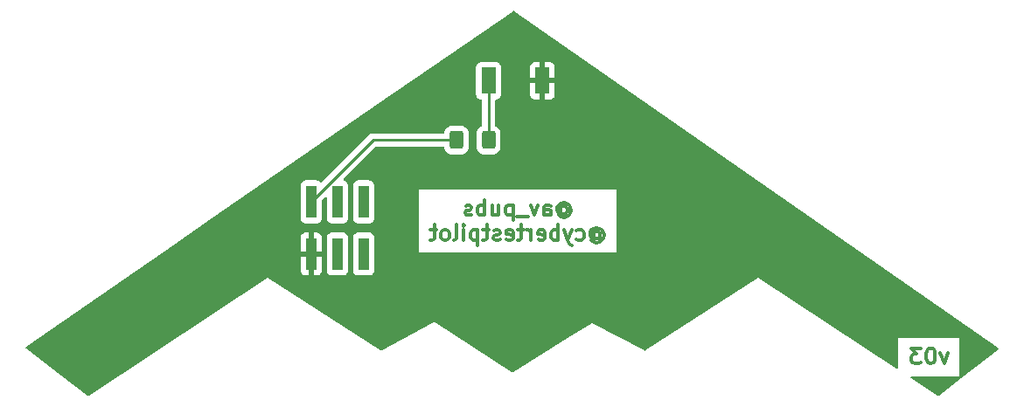
<source format=gbl>
%TF.GenerationSoftware,KiCad,Pcbnew,(6.99.0-2452-gdb4f2d9dd8)*%
%TF.CreationDate,2022-07-25T16:41:14-04:00*%
%TF.ProjectId,B2,42322e6b-6963-4616-945f-706362585858,rev?*%
%TF.SameCoordinates,Original*%
%TF.FileFunction,Copper,L2,Bot*%
%TF.FilePolarity,Positive*%
%FSLAX46Y46*%
G04 Gerber Fmt 4.6, Leading zero omitted, Abs format (unit mm)*
G04 Created by KiCad (PCBNEW (6.99.0-2452-gdb4f2d9dd8)) date 2022-07-25 16:41:14*
%MOMM*%
%LPD*%
G01*
G04 APERTURE LIST*
G04 Aperture macros list*
%AMRoundRect*
0 Rectangle with rounded corners*
0 $1 Rounding radius*
0 $2 $3 $4 $5 $6 $7 $8 $9 X,Y pos of 4 corners*
0 Add a 4 corners polygon primitive as box body*
4,1,4,$2,$3,$4,$5,$6,$7,$8,$9,$2,$3,0*
0 Add four circle primitives for the rounded corners*
1,1,$1+$1,$2,$3*
1,1,$1+$1,$4,$5*
1,1,$1+$1,$6,$7*
1,1,$1+$1,$8,$9*
0 Add four rect primitives between the rounded corners*
20,1,$1+$1,$2,$3,$4,$5,0*
20,1,$1+$1,$4,$5,$6,$7,0*
20,1,$1+$1,$6,$7,$8,$9,0*
20,1,$1+$1,$8,$9,$2,$3,0*%
G04 Aperture macros list end*
%ADD10C,0.300000*%
%TA.AperFunction,NonConductor*%
%ADD11C,0.300000*%
%TD*%
%TA.AperFunction,SMDPad,CuDef*%
%ADD12R,1.000000X3.150000*%
%TD*%
%TA.AperFunction,SMDPad,CuDef*%
%ADD13RoundRect,0.250000X0.400000X0.625000X-0.400000X0.625000X-0.400000X-0.625000X0.400000X-0.625000X0*%
%TD*%
%TA.AperFunction,SMDPad,CuDef*%
%ADD14R,1.400000X2.600000*%
%TD*%
%TA.AperFunction,Conductor*%
%ADD15C,0.254000*%
%TD*%
%TA.AperFunction,Conductor*%
%ADD16C,0.250000*%
%TD*%
G04 APERTURE END LIST*
D10*
D11*
X192460568Y-108846150D02*
X192103425Y-109846150D01*
X192103425Y-109846150D02*
X191746282Y-108846150D01*
X190889139Y-108346150D02*
X190746282Y-108346150D01*
X190746282Y-108346150D02*
X190603425Y-108417579D01*
X190603425Y-108417579D02*
X190531997Y-108489007D01*
X190531997Y-108489007D02*
X190460568Y-108631864D01*
X190460568Y-108631864D02*
X190389139Y-108917579D01*
X190389139Y-108917579D02*
X190389139Y-109274721D01*
X190389139Y-109274721D02*
X190460568Y-109560436D01*
X190460568Y-109560436D02*
X190531997Y-109703293D01*
X190531997Y-109703293D02*
X190603425Y-109774721D01*
X190603425Y-109774721D02*
X190746282Y-109846150D01*
X190746282Y-109846150D02*
X190889139Y-109846150D01*
X190889139Y-109846150D02*
X191031997Y-109774721D01*
X191031997Y-109774721D02*
X191103425Y-109703293D01*
X191103425Y-109703293D02*
X191174854Y-109560436D01*
X191174854Y-109560436D02*
X191246282Y-109274721D01*
X191246282Y-109274721D02*
X191246282Y-108917579D01*
X191246282Y-108917579D02*
X191174854Y-108631864D01*
X191174854Y-108631864D02*
X191103425Y-108489007D01*
X191103425Y-108489007D02*
X191031997Y-108417579D01*
X191031997Y-108417579D02*
X190889139Y-108346150D01*
X189889140Y-108346150D02*
X188960568Y-108346150D01*
X188960568Y-108346150D02*
X189460568Y-108917579D01*
X189460568Y-108917579D02*
X189246283Y-108917579D01*
X189246283Y-108917579D02*
X189103426Y-108989007D01*
X189103426Y-108989007D02*
X189031997Y-109060436D01*
X189031997Y-109060436D02*
X188960568Y-109203293D01*
X188960568Y-109203293D02*
X188960568Y-109560436D01*
X188960568Y-109560436D02*
X189031997Y-109703293D01*
X189031997Y-109703293D02*
X189103426Y-109774721D01*
X189103426Y-109774721D02*
X189246283Y-109846150D01*
X189246283Y-109846150D02*
X189674854Y-109846150D01*
X189674854Y-109846150D02*
X189817711Y-109774721D01*
X189817711Y-109774721D02*
X189889140Y-109703293D01*
D10*
D11*
X155006684Y-94755857D02*
X155078113Y-94684429D01*
X155078113Y-94684429D02*
X155220970Y-94613000D01*
X155220970Y-94613000D02*
X155363827Y-94613000D01*
X155363827Y-94613000D02*
X155506684Y-94684429D01*
X155506684Y-94684429D02*
X155578113Y-94755857D01*
X155578113Y-94755857D02*
X155649541Y-94898714D01*
X155649541Y-94898714D02*
X155649541Y-95041572D01*
X155649541Y-95041572D02*
X155578113Y-95184429D01*
X155578113Y-95184429D02*
X155506684Y-95255857D01*
X155506684Y-95255857D02*
X155363827Y-95327286D01*
X155363827Y-95327286D02*
X155220970Y-95327286D01*
X155220970Y-95327286D02*
X155078113Y-95255857D01*
X155078113Y-95255857D02*
X155006684Y-95184429D01*
X155006684Y-94613000D02*
X155006684Y-95184429D01*
X155006684Y-95184429D02*
X154935256Y-95255857D01*
X154935256Y-95255857D02*
X154863827Y-95255857D01*
X154863827Y-95255857D02*
X154720970Y-95184429D01*
X154720970Y-95184429D02*
X154649541Y-95041572D01*
X154649541Y-95041572D02*
X154649541Y-94684429D01*
X154649541Y-94684429D02*
X154792399Y-94470143D01*
X154792399Y-94470143D02*
X155006684Y-94327286D01*
X155006684Y-94327286D02*
X155292399Y-94255857D01*
X155292399Y-94255857D02*
X155578113Y-94327286D01*
X155578113Y-94327286D02*
X155792399Y-94470143D01*
X155792399Y-94470143D02*
X155935256Y-94684429D01*
X155935256Y-94684429D02*
X156006684Y-94970143D01*
X156006684Y-94970143D02*
X155935256Y-95255857D01*
X155935256Y-95255857D02*
X155792399Y-95470143D01*
X155792399Y-95470143D02*
X155578113Y-95613000D01*
X155578113Y-95613000D02*
X155292399Y-95684429D01*
X155292399Y-95684429D02*
X155006684Y-95613000D01*
X155006684Y-95613000D02*
X154792399Y-95470143D01*
X153363828Y-95470143D02*
X153363828Y-94684429D01*
X153363828Y-94684429D02*
X153435256Y-94541572D01*
X153435256Y-94541572D02*
X153578113Y-94470143D01*
X153578113Y-94470143D02*
X153863828Y-94470143D01*
X153863828Y-94470143D02*
X154006685Y-94541572D01*
X153363828Y-95398714D02*
X153506685Y-95470143D01*
X153506685Y-95470143D02*
X153863828Y-95470143D01*
X153863828Y-95470143D02*
X154006685Y-95398714D01*
X154006685Y-95398714D02*
X154078113Y-95255857D01*
X154078113Y-95255857D02*
X154078113Y-95113000D01*
X154078113Y-95113000D02*
X154006685Y-94970143D01*
X154006685Y-94970143D02*
X153863828Y-94898714D01*
X153863828Y-94898714D02*
X153506685Y-94898714D01*
X153506685Y-94898714D02*
X153363828Y-94827286D01*
X152792399Y-94470143D02*
X152435256Y-95470143D01*
X152435256Y-95470143D02*
X152078113Y-94470143D01*
X151863828Y-95613000D02*
X150720970Y-95613000D01*
X150363828Y-94470143D02*
X150363828Y-95970143D01*
X150363828Y-94541572D02*
X150220971Y-94470143D01*
X150220971Y-94470143D02*
X149935256Y-94470143D01*
X149935256Y-94470143D02*
X149792399Y-94541572D01*
X149792399Y-94541572D02*
X149720971Y-94613000D01*
X149720971Y-94613000D02*
X149649542Y-94755857D01*
X149649542Y-94755857D02*
X149649542Y-95184429D01*
X149649542Y-95184429D02*
X149720971Y-95327286D01*
X149720971Y-95327286D02*
X149792399Y-95398714D01*
X149792399Y-95398714D02*
X149935256Y-95470143D01*
X149935256Y-95470143D02*
X150220971Y-95470143D01*
X150220971Y-95470143D02*
X150363828Y-95398714D01*
X148363828Y-94470143D02*
X148363828Y-95470143D01*
X149006685Y-94470143D02*
X149006685Y-95255857D01*
X149006685Y-95255857D02*
X148935256Y-95398714D01*
X148935256Y-95398714D02*
X148792399Y-95470143D01*
X148792399Y-95470143D02*
X148578113Y-95470143D01*
X148578113Y-95470143D02*
X148435256Y-95398714D01*
X148435256Y-95398714D02*
X148363828Y-95327286D01*
X147649542Y-95470143D02*
X147649542Y-93970143D01*
X147649542Y-94541572D02*
X147506685Y-94470143D01*
X147506685Y-94470143D02*
X147220970Y-94470143D01*
X147220970Y-94470143D02*
X147078113Y-94541572D01*
X147078113Y-94541572D02*
X147006685Y-94613000D01*
X147006685Y-94613000D02*
X146935256Y-94755857D01*
X146935256Y-94755857D02*
X146935256Y-95184429D01*
X146935256Y-95184429D02*
X147006685Y-95327286D01*
X147006685Y-95327286D02*
X147078113Y-95398714D01*
X147078113Y-95398714D02*
X147220970Y-95470143D01*
X147220970Y-95470143D02*
X147506685Y-95470143D01*
X147506685Y-95470143D02*
X147649542Y-95398714D01*
X146363827Y-95398714D02*
X146220970Y-95470143D01*
X146220970Y-95470143D02*
X145935256Y-95470143D01*
X145935256Y-95470143D02*
X145792399Y-95398714D01*
X145792399Y-95398714D02*
X145720970Y-95255857D01*
X145720970Y-95255857D02*
X145720970Y-95184429D01*
X145720970Y-95184429D02*
X145792399Y-95041572D01*
X145792399Y-95041572D02*
X145935256Y-94970143D01*
X145935256Y-94970143D02*
X146149542Y-94970143D01*
X146149542Y-94970143D02*
X146292399Y-94898714D01*
X146292399Y-94898714D02*
X146363827Y-94755857D01*
X146363827Y-94755857D02*
X146363827Y-94684429D01*
X146363827Y-94684429D02*
X146292399Y-94541572D01*
X146292399Y-94541572D02*
X146149542Y-94470143D01*
X146149542Y-94470143D02*
X145935256Y-94470143D01*
X145935256Y-94470143D02*
X145792399Y-94541572D01*
X158185255Y-97185857D02*
X158256684Y-97114429D01*
X158256684Y-97114429D02*
X158399541Y-97043000D01*
X158399541Y-97043000D02*
X158542398Y-97043000D01*
X158542398Y-97043000D02*
X158685255Y-97114429D01*
X158685255Y-97114429D02*
X158756684Y-97185857D01*
X158756684Y-97185857D02*
X158828112Y-97328714D01*
X158828112Y-97328714D02*
X158828112Y-97471572D01*
X158828112Y-97471572D02*
X158756684Y-97614429D01*
X158756684Y-97614429D02*
X158685255Y-97685857D01*
X158685255Y-97685857D02*
X158542398Y-97757286D01*
X158542398Y-97757286D02*
X158399541Y-97757286D01*
X158399541Y-97757286D02*
X158256684Y-97685857D01*
X158256684Y-97685857D02*
X158185255Y-97614429D01*
X158185255Y-97043000D02*
X158185255Y-97614429D01*
X158185255Y-97614429D02*
X158113827Y-97685857D01*
X158113827Y-97685857D02*
X158042398Y-97685857D01*
X158042398Y-97685857D02*
X157899541Y-97614429D01*
X157899541Y-97614429D02*
X157828112Y-97471572D01*
X157828112Y-97471572D02*
X157828112Y-97114429D01*
X157828112Y-97114429D02*
X157970970Y-96900143D01*
X157970970Y-96900143D02*
X158185255Y-96757286D01*
X158185255Y-96757286D02*
X158470970Y-96685857D01*
X158470970Y-96685857D02*
X158756684Y-96757286D01*
X158756684Y-96757286D02*
X158970970Y-96900143D01*
X158970970Y-96900143D02*
X159113827Y-97114429D01*
X159113827Y-97114429D02*
X159185255Y-97400143D01*
X159185255Y-97400143D02*
X159113827Y-97685857D01*
X159113827Y-97685857D02*
X158970970Y-97900143D01*
X158970970Y-97900143D02*
X158756684Y-98043000D01*
X158756684Y-98043000D02*
X158470970Y-98114429D01*
X158470970Y-98114429D02*
X158185255Y-98043000D01*
X158185255Y-98043000D02*
X157970970Y-97900143D01*
X156542399Y-97828714D02*
X156685256Y-97900143D01*
X156685256Y-97900143D02*
X156970970Y-97900143D01*
X156970970Y-97900143D02*
X157113827Y-97828714D01*
X157113827Y-97828714D02*
X157185256Y-97757286D01*
X157185256Y-97757286D02*
X157256684Y-97614429D01*
X157256684Y-97614429D02*
X157256684Y-97185857D01*
X157256684Y-97185857D02*
X157185256Y-97043000D01*
X157185256Y-97043000D02*
X157113827Y-96971572D01*
X157113827Y-96971572D02*
X156970970Y-96900143D01*
X156970970Y-96900143D02*
X156685256Y-96900143D01*
X156685256Y-96900143D02*
X156542399Y-96971572D01*
X156042399Y-96900143D02*
X155685256Y-97900143D01*
X155328113Y-96900143D02*
X155685256Y-97900143D01*
X155685256Y-97900143D02*
X155828113Y-98257286D01*
X155828113Y-98257286D02*
X155899542Y-98328714D01*
X155899542Y-98328714D02*
X156042399Y-98400143D01*
X154756685Y-97900143D02*
X154756685Y-96400143D01*
X154756685Y-96971572D02*
X154613828Y-96900143D01*
X154613828Y-96900143D02*
X154328113Y-96900143D01*
X154328113Y-96900143D02*
X154185256Y-96971572D01*
X154185256Y-96971572D02*
X154113828Y-97043000D01*
X154113828Y-97043000D02*
X154042399Y-97185857D01*
X154042399Y-97185857D02*
X154042399Y-97614429D01*
X154042399Y-97614429D02*
X154113828Y-97757286D01*
X154113828Y-97757286D02*
X154185256Y-97828714D01*
X154185256Y-97828714D02*
X154328113Y-97900143D01*
X154328113Y-97900143D02*
X154613828Y-97900143D01*
X154613828Y-97900143D02*
X154756685Y-97828714D01*
X152828113Y-97828714D02*
X152970970Y-97900143D01*
X152970970Y-97900143D02*
X153256685Y-97900143D01*
X153256685Y-97900143D02*
X153399542Y-97828714D01*
X153399542Y-97828714D02*
X153470970Y-97685857D01*
X153470970Y-97685857D02*
X153470970Y-97114429D01*
X153470970Y-97114429D02*
X153399542Y-96971572D01*
X153399542Y-96971572D02*
X153256685Y-96900143D01*
X153256685Y-96900143D02*
X152970970Y-96900143D01*
X152970970Y-96900143D02*
X152828113Y-96971572D01*
X152828113Y-96971572D02*
X152756685Y-97114429D01*
X152756685Y-97114429D02*
X152756685Y-97257286D01*
X152756685Y-97257286D02*
X153470970Y-97400143D01*
X152113828Y-97900143D02*
X152113828Y-96900143D01*
X152113828Y-97185857D02*
X152042399Y-97043000D01*
X152042399Y-97043000D02*
X151970971Y-96971572D01*
X151970971Y-96971572D02*
X151828113Y-96900143D01*
X151828113Y-96900143D02*
X151685256Y-96900143D01*
X151399542Y-96900143D02*
X150828114Y-96900143D01*
X151185257Y-96400143D02*
X151185257Y-97685857D01*
X151185257Y-97685857D02*
X151113828Y-97828714D01*
X151113828Y-97828714D02*
X150970971Y-97900143D01*
X150970971Y-97900143D02*
X150828114Y-97900143D01*
X149756685Y-97828714D02*
X149899542Y-97900143D01*
X149899542Y-97900143D02*
X150185257Y-97900143D01*
X150185257Y-97900143D02*
X150328114Y-97828714D01*
X150328114Y-97828714D02*
X150399542Y-97685857D01*
X150399542Y-97685857D02*
X150399542Y-97114429D01*
X150399542Y-97114429D02*
X150328114Y-96971572D01*
X150328114Y-96971572D02*
X150185257Y-96900143D01*
X150185257Y-96900143D02*
X149899542Y-96900143D01*
X149899542Y-96900143D02*
X149756685Y-96971572D01*
X149756685Y-96971572D02*
X149685257Y-97114429D01*
X149685257Y-97114429D02*
X149685257Y-97257286D01*
X149685257Y-97257286D02*
X150399542Y-97400143D01*
X149113828Y-97828714D02*
X148970971Y-97900143D01*
X148970971Y-97900143D02*
X148685257Y-97900143D01*
X148685257Y-97900143D02*
X148542400Y-97828714D01*
X148542400Y-97828714D02*
X148470971Y-97685857D01*
X148470971Y-97685857D02*
X148470971Y-97614429D01*
X148470971Y-97614429D02*
X148542400Y-97471572D01*
X148542400Y-97471572D02*
X148685257Y-97400143D01*
X148685257Y-97400143D02*
X148899543Y-97400143D01*
X148899543Y-97400143D02*
X149042400Y-97328714D01*
X149042400Y-97328714D02*
X149113828Y-97185857D01*
X149113828Y-97185857D02*
X149113828Y-97114429D01*
X149113828Y-97114429D02*
X149042400Y-96971572D01*
X149042400Y-96971572D02*
X148899543Y-96900143D01*
X148899543Y-96900143D02*
X148685257Y-96900143D01*
X148685257Y-96900143D02*
X148542400Y-96971572D01*
X148042399Y-96900143D02*
X147470971Y-96900143D01*
X147828114Y-96400143D02*
X147828114Y-97685857D01*
X147828114Y-97685857D02*
X147756685Y-97828714D01*
X147756685Y-97828714D02*
X147613828Y-97900143D01*
X147613828Y-97900143D02*
X147470971Y-97900143D01*
X146970971Y-96900143D02*
X146970971Y-98400143D01*
X146970971Y-96971572D02*
X146828114Y-96900143D01*
X146828114Y-96900143D02*
X146542399Y-96900143D01*
X146542399Y-96900143D02*
X146399542Y-96971572D01*
X146399542Y-96971572D02*
X146328114Y-97043000D01*
X146328114Y-97043000D02*
X146256685Y-97185857D01*
X146256685Y-97185857D02*
X146256685Y-97614429D01*
X146256685Y-97614429D02*
X146328114Y-97757286D01*
X146328114Y-97757286D02*
X146399542Y-97828714D01*
X146399542Y-97828714D02*
X146542399Y-97900143D01*
X146542399Y-97900143D02*
X146828114Y-97900143D01*
X146828114Y-97900143D02*
X146970971Y-97828714D01*
X145613828Y-97900143D02*
X145613828Y-96900143D01*
X145613828Y-96400143D02*
X145685256Y-96471572D01*
X145685256Y-96471572D02*
X145613828Y-96543000D01*
X145613828Y-96543000D02*
X145542399Y-96471572D01*
X145542399Y-96471572D02*
X145613828Y-96400143D01*
X145613828Y-96400143D02*
X145613828Y-96543000D01*
X144685256Y-97900143D02*
X144828113Y-97828714D01*
X144828113Y-97828714D02*
X144899542Y-97685857D01*
X144899542Y-97685857D02*
X144899542Y-96400143D01*
X143899542Y-97900143D02*
X144042399Y-97828714D01*
X144042399Y-97828714D02*
X144113828Y-97757286D01*
X144113828Y-97757286D02*
X144185256Y-97614429D01*
X144185256Y-97614429D02*
X144185256Y-97185857D01*
X144185256Y-97185857D02*
X144113828Y-97043000D01*
X144113828Y-97043000D02*
X144042399Y-96971572D01*
X144042399Y-96971572D02*
X143899542Y-96900143D01*
X143899542Y-96900143D02*
X143685256Y-96900143D01*
X143685256Y-96900143D02*
X143542399Y-96971572D01*
X143542399Y-96971572D02*
X143470971Y-97043000D01*
X143470971Y-97043000D02*
X143399542Y-97185857D01*
X143399542Y-97185857D02*
X143399542Y-97614429D01*
X143399542Y-97614429D02*
X143470971Y-97757286D01*
X143470971Y-97757286D02*
X143542399Y-97828714D01*
X143542399Y-97828714D02*
X143685256Y-97900143D01*
X143685256Y-97900143D02*
X143899542Y-97900143D01*
X142970970Y-96900143D02*
X142399542Y-96900143D01*
X142756685Y-96400143D02*
X142756685Y-97685857D01*
X142756685Y-97685857D02*
X142685256Y-97828714D01*
X142685256Y-97828714D02*
X142542399Y-97900143D01*
X142542399Y-97900143D02*
X142399542Y-97900143D01*
D12*
X130821922Y-94167743D03*
X130821922Y-99217743D03*
X133361922Y-94167743D03*
X133361922Y-99217743D03*
X135901922Y-94167743D03*
X135901922Y-99217743D03*
D13*
X148000323Y-88184850D03*
X144900323Y-88184850D03*
D14*
X153213358Y-82413509D03*
X148013358Y-82413509D03*
D15*
X136825803Y-88163864D02*
X136846789Y-88184850D01*
X136846789Y-88184850D02*
X144900323Y-88184850D01*
X148013359Y-82413510D02*
X148013359Y-88171814D01*
X148013359Y-88171814D02*
X148000323Y-88184850D01*
X130821923Y-94167744D02*
X136825803Y-88163864D01*
D16*
X130800000Y-100630000D02*
X130800000Y-99145000D01*
X131160000Y-100160000D02*
X131160000Y-97925000D01*
%TA.AperFunction,Conductor*%
G36*
X150504238Y-75655762D02*
G01*
X150511710Y-75660586D01*
X197348812Y-108302214D01*
X197393263Y-108357573D01*
X197400729Y-108428176D01*
X197368838Y-108491607D01*
X197354130Y-108505042D01*
X193776947Y-111287296D01*
X191621252Y-112963948D01*
X191555200Y-112989982D01*
X191485560Y-112976172D01*
X191474574Y-112969707D01*
X188920993Y-111287296D01*
X188875113Y-111233115D01*
X188865808Y-111162731D01*
X188896034Y-111098489D01*
X188956192Y-111060787D01*
X188990314Y-111056079D01*
X193558354Y-111056079D01*
X193558354Y-107339079D01*
X187641355Y-107339079D01*
X187641355Y-110210312D01*
X187621353Y-110278433D01*
X187567697Y-110324926D01*
X187497423Y-110335030D01*
X187446034Y-110315529D01*
X174096246Y-101520104D01*
X174096245Y-101520104D01*
X174080287Y-101509590D01*
X174080112Y-101509470D01*
X174080002Y-101509491D01*
X174079891Y-101509469D01*
X174079703Y-101509597D01*
X163228121Y-108578514D01*
X163212174Y-108588902D01*
X163144178Y-108609325D01*
X163084389Y-108594653D01*
X158000264Y-105899574D01*
X158000122Y-105899472D01*
X157999981Y-105899496D01*
X157999841Y-105899482D01*
X157999709Y-105899591D01*
X157987971Y-105906908D01*
X155661471Y-107357194D01*
X150367794Y-110657149D01*
X150299405Y-110676211D01*
X150232866Y-110656122D01*
X142700289Y-105799591D01*
X142700151Y-105799480D01*
X142700017Y-105799495D01*
X142699886Y-105799471D01*
X142699739Y-105799573D01*
X142495036Y-105911959D01*
X137665872Y-108563264D01*
X137596532Y-108578514D01*
X137536903Y-108558678D01*
X126616821Y-101510262D01*
X126616819Y-101510261D01*
X126600266Y-101499577D01*
X126600108Y-101499469D01*
X126599996Y-101499491D01*
X126599886Y-101499471D01*
X126599731Y-101499579D01*
X126591405Y-101505088D01*
X126591403Y-101505089D01*
X115868035Y-108600529D01*
X109302777Y-112944630D01*
X109294995Y-112949779D01*
X109227147Y-112970688D01*
X109158766Y-112951596D01*
X109148721Y-112944630D01*
X106671946Y-111042531D01*
X103238015Y-108405362D01*
X103196171Y-108348007D01*
X103191978Y-108277135D01*
X103226768Y-108215246D01*
X103243164Y-108201749D01*
X113907019Y-100837967D01*
X129813923Y-100837967D01*
X129814283Y-100844682D01*
X129819585Y-100894001D01*
X129823182Y-100909222D01*
X129868328Y-101030264D01*
X129876877Y-101045920D01*
X129953621Y-101148437D01*
X129966230Y-101161046D01*
X130068747Y-101237790D01*
X130084403Y-101246339D01*
X130205445Y-101291485D01*
X130220666Y-101295082D01*
X130269985Y-101300384D01*
X130276700Y-101300744D01*
X130549808Y-101300744D01*
X130565047Y-101296269D01*
X130566252Y-101294879D01*
X130567923Y-101287196D01*
X130567923Y-101282629D01*
X131075923Y-101282629D01*
X131080398Y-101297868D01*
X131081788Y-101299073D01*
X131089471Y-101300744D01*
X131367146Y-101300744D01*
X131373861Y-101300384D01*
X131423180Y-101295082D01*
X131438401Y-101291485D01*
X131559443Y-101246339D01*
X131575099Y-101237790D01*
X131677616Y-101161046D01*
X131690225Y-101148437D01*
X131766969Y-101045920D01*
X131775518Y-101030264D01*
X131820664Y-100909222D01*
X131824261Y-100894001D01*
X131829563Y-100844682D01*
X131829740Y-100841382D01*
X132353423Y-100841382D01*
X132359934Y-100901945D01*
X132411034Y-101038948D01*
X132498662Y-101156005D01*
X132505873Y-101161403D01*
X132607914Y-101237790D01*
X132615719Y-101243633D01*
X132752722Y-101294733D01*
X132781883Y-101297868D01*
X132809935Y-101300884D01*
X132809938Y-101300884D01*
X132813285Y-101301244D01*
X133910561Y-101301244D01*
X133913908Y-101300884D01*
X133913911Y-101300884D01*
X133941963Y-101297868D01*
X133971124Y-101294733D01*
X134108127Y-101243633D01*
X134115933Y-101237790D01*
X134217973Y-101161403D01*
X134225184Y-101156005D01*
X134312812Y-101038948D01*
X134363912Y-100901945D01*
X134370423Y-100841382D01*
X134893423Y-100841382D01*
X134899934Y-100901945D01*
X134951034Y-101038948D01*
X135038662Y-101156005D01*
X135045873Y-101161403D01*
X135147914Y-101237790D01*
X135155719Y-101243633D01*
X135292722Y-101294733D01*
X135321883Y-101297868D01*
X135349935Y-101300884D01*
X135349938Y-101300884D01*
X135353285Y-101301244D01*
X136450561Y-101301244D01*
X136453908Y-101300884D01*
X136453911Y-101300884D01*
X136481963Y-101297868D01*
X136511124Y-101294733D01*
X136648127Y-101243633D01*
X136655933Y-101237790D01*
X136757973Y-101161403D01*
X136765184Y-101156005D01*
X136852812Y-101038948D01*
X136903912Y-100901945D01*
X136910423Y-100841382D01*
X136910423Y-99110072D01*
X141298186Y-99110072D01*
X160429471Y-99110072D01*
X160429471Y-92963072D01*
X141298186Y-92963072D01*
X141298186Y-99110072D01*
X136910423Y-99110072D01*
X136910423Y-97594106D01*
X136903912Y-97533543D01*
X136852812Y-97396540D01*
X136765184Y-97279483D01*
X136734824Y-97256756D01*
X136655341Y-97197255D01*
X136655339Y-97197254D01*
X136648127Y-97191855D01*
X136511124Y-97140755D01*
X136470755Y-97136415D01*
X136453911Y-97134604D01*
X136453908Y-97134604D01*
X136450561Y-97134244D01*
X135353285Y-97134244D01*
X135349938Y-97134604D01*
X135349935Y-97134604D01*
X135333091Y-97136415D01*
X135292722Y-97140755D01*
X135155719Y-97191855D01*
X135148507Y-97197254D01*
X135148505Y-97197255D01*
X135069022Y-97256756D01*
X135038662Y-97279483D01*
X134951034Y-97396540D01*
X134899934Y-97533543D01*
X134893423Y-97594106D01*
X134893423Y-100841382D01*
X134370423Y-100841382D01*
X134370423Y-97594106D01*
X134363912Y-97533543D01*
X134312812Y-97396540D01*
X134225184Y-97279483D01*
X134194824Y-97256756D01*
X134115341Y-97197255D01*
X134115339Y-97197254D01*
X134108127Y-97191855D01*
X133971124Y-97140755D01*
X133930755Y-97136415D01*
X133913911Y-97134604D01*
X133913908Y-97134604D01*
X133910561Y-97134244D01*
X132813285Y-97134244D01*
X132809938Y-97134604D01*
X132809935Y-97134604D01*
X132793091Y-97136415D01*
X132752722Y-97140755D01*
X132615719Y-97191855D01*
X132608507Y-97197254D01*
X132608505Y-97197255D01*
X132529022Y-97256756D01*
X132498662Y-97279483D01*
X132411034Y-97396540D01*
X132359934Y-97533543D01*
X132353423Y-97594106D01*
X132353423Y-100841382D01*
X131829740Y-100841382D01*
X131829923Y-100837967D01*
X131829923Y-99489859D01*
X131825448Y-99474620D01*
X131824058Y-99473415D01*
X131816375Y-99471744D01*
X131094038Y-99471744D01*
X131078799Y-99476219D01*
X131077594Y-99477609D01*
X131075923Y-99485292D01*
X131075923Y-101282629D01*
X130567923Y-101282629D01*
X130567923Y-99489859D01*
X130563448Y-99474620D01*
X130562058Y-99473415D01*
X130554375Y-99471744D01*
X129832038Y-99471744D01*
X129816799Y-99476219D01*
X129815594Y-99477609D01*
X129813923Y-99485292D01*
X129813923Y-100837967D01*
X113907019Y-100837967D01*
X116647407Y-98945629D01*
X129813923Y-98945629D01*
X129818398Y-98960868D01*
X129819788Y-98962073D01*
X129827471Y-98963744D01*
X130549808Y-98963744D01*
X130565047Y-98959269D01*
X130566252Y-98957879D01*
X130567923Y-98950196D01*
X130567923Y-98945629D01*
X131075923Y-98945629D01*
X131080398Y-98960868D01*
X131081788Y-98962073D01*
X131089471Y-98963744D01*
X131811808Y-98963744D01*
X131827047Y-98959269D01*
X131828252Y-98957879D01*
X131829923Y-98950196D01*
X131829923Y-97597521D01*
X131829563Y-97590806D01*
X131824261Y-97541487D01*
X131820664Y-97526266D01*
X131775518Y-97405224D01*
X131766969Y-97389568D01*
X131690225Y-97287051D01*
X131677616Y-97274442D01*
X131575099Y-97197698D01*
X131559443Y-97189149D01*
X131438401Y-97144003D01*
X131423180Y-97140406D01*
X131373861Y-97135104D01*
X131367146Y-97134744D01*
X131094038Y-97134744D01*
X131078799Y-97139219D01*
X131077594Y-97140609D01*
X131075923Y-97148292D01*
X131075923Y-98945629D01*
X130567923Y-98945629D01*
X130567923Y-97152859D01*
X130563448Y-97137620D01*
X130562058Y-97136415D01*
X130554375Y-97134744D01*
X130276700Y-97134744D01*
X130269985Y-97135104D01*
X130220666Y-97140406D01*
X130205445Y-97144003D01*
X130084403Y-97189149D01*
X130068747Y-97197698D01*
X129966230Y-97274442D01*
X129953621Y-97287051D01*
X129876877Y-97389568D01*
X129868328Y-97405224D01*
X129823182Y-97526266D01*
X129819585Y-97541487D01*
X129814283Y-97590806D01*
X129813923Y-97597521D01*
X129813923Y-98945629D01*
X116647407Y-98945629D01*
X121215228Y-95791382D01*
X129813423Y-95791382D01*
X129819934Y-95851945D01*
X129871034Y-95988948D01*
X129958662Y-96106005D01*
X130075719Y-96193633D01*
X130212722Y-96244733D01*
X130249628Y-96248701D01*
X130269935Y-96250884D01*
X130269938Y-96250884D01*
X130273285Y-96251244D01*
X131370561Y-96251244D01*
X131373908Y-96250884D01*
X131373911Y-96250884D01*
X131394218Y-96248701D01*
X131431124Y-96244733D01*
X131568127Y-96193633D01*
X131685184Y-96106005D01*
X131772812Y-95988948D01*
X131823912Y-95851945D01*
X131830423Y-95791382D01*
X131830423Y-94110166D01*
X131850425Y-94042045D01*
X131867328Y-94021071D01*
X132138328Y-93750071D01*
X132200640Y-93716045D01*
X132271455Y-93721110D01*
X132328291Y-93763657D01*
X132353102Y-93830177D01*
X132353423Y-93839166D01*
X132353423Y-95791382D01*
X132359934Y-95851945D01*
X132411034Y-95988948D01*
X132498662Y-96106005D01*
X132615719Y-96193633D01*
X132752722Y-96244733D01*
X132789628Y-96248701D01*
X132809935Y-96250884D01*
X132809938Y-96250884D01*
X132813285Y-96251244D01*
X133910561Y-96251244D01*
X133913908Y-96250884D01*
X133913911Y-96250884D01*
X133934218Y-96248701D01*
X133971124Y-96244733D01*
X134108127Y-96193633D01*
X134225184Y-96106005D01*
X134312812Y-95988948D01*
X134363912Y-95851945D01*
X134370423Y-95791382D01*
X134893423Y-95791382D01*
X134899934Y-95851945D01*
X134951034Y-95988948D01*
X135038662Y-96106005D01*
X135155719Y-96193633D01*
X135292722Y-96244733D01*
X135329628Y-96248701D01*
X135349935Y-96250884D01*
X135349938Y-96250884D01*
X135353285Y-96251244D01*
X136450561Y-96251244D01*
X136453908Y-96250884D01*
X136453911Y-96250884D01*
X136474218Y-96248701D01*
X136511124Y-96244733D01*
X136648127Y-96193633D01*
X136765184Y-96106005D01*
X136852812Y-95988948D01*
X136903912Y-95851945D01*
X136910423Y-95791382D01*
X136910423Y-92544106D01*
X136903912Y-92483543D01*
X136852812Y-92346540D01*
X136765184Y-92229483D01*
X136648127Y-92141855D01*
X136511124Y-92090755D01*
X136474218Y-92086787D01*
X136453911Y-92084604D01*
X136453908Y-92084604D01*
X136450561Y-92084244D01*
X135353285Y-92084244D01*
X135349938Y-92084604D01*
X135349935Y-92084604D01*
X135329628Y-92086787D01*
X135292722Y-92090755D01*
X135155719Y-92141855D01*
X135038662Y-92229483D01*
X134951034Y-92346540D01*
X134899934Y-92483543D01*
X134893423Y-92544106D01*
X134893423Y-95791382D01*
X134370423Y-95791382D01*
X134370423Y-92544106D01*
X134363912Y-92483543D01*
X134312812Y-92346540D01*
X134225184Y-92229483D01*
X134108127Y-92141855D01*
X134099687Y-92138707D01*
X134099685Y-92138706D01*
X134059297Y-92123642D01*
X134028468Y-92112144D01*
X133971633Y-92069597D01*
X133946822Y-92003077D01*
X133961913Y-91933703D01*
X133983406Y-91904993D01*
X137031145Y-88857255D01*
X137093457Y-88823229D01*
X137120240Y-88820350D01*
X143623949Y-88820350D01*
X143692070Y-88840352D01*
X143738563Y-88894008D01*
X143749297Y-88933546D01*
X143751737Y-88957439D01*
X143751738Y-88957444D01*
X143752436Y-88964276D01*
X143808208Y-89132588D01*
X143901293Y-89283502D01*
X144026671Y-89408880D01*
X144177585Y-89501965D01*
X144241130Y-89523021D01*
X144339371Y-89555575D01*
X144339375Y-89555576D01*
X144345897Y-89557737D01*
X144352731Y-89558435D01*
X144352735Y-89558436D01*
X144446594Y-89568025D01*
X144446600Y-89568025D01*
X144449778Y-89568350D01*
X144900252Y-89568350D01*
X145350867Y-89568349D01*
X145354044Y-89568024D01*
X145354053Y-89568024D01*
X145402790Y-89563045D01*
X145454749Y-89557737D01*
X145623061Y-89501965D01*
X145773975Y-89408880D01*
X145899353Y-89283502D01*
X145992438Y-89132588D01*
X146048210Y-88964276D01*
X146058823Y-88860395D01*
X146058822Y-87509306D01*
X146048210Y-87405424D01*
X145992438Y-87237112D01*
X145899353Y-87086198D01*
X145773975Y-86960820D01*
X145623061Y-86867735D01*
X145522787Y-86834508D01*
X145461275Y-86814125D01*
X145461271Y-86814124D01*
X145454749Y-86811963D01*
X145447915Y-86811265D01*
X145447911Y-86811264D01*
X145354052Y-86801675D01*
X145354046Y-86801675D01*
X145350868Y-86801350D01*
X144900394Y-86801350D01*
X144449779Y-86801351D01*
X144446602Y-86801676D01*
X144446593Y-86801676D01*
X144397856Y-86806655D01*
X144345897Y-86811963D01*
X144177585Y-86867735D01*
X144026671Y-86960820D01*
X143901293Y-87086198D01*
X143808208Y-87237112D01*
X143752436Y-87405424D01*
X143751737Y-87412267D01*
X143751736Y-87412271D01*
X143749295Y-87436157D01*
X143722473Y-87501892D01*
X143664369Y-87542690D01*
X143623948Y-87549350D01*
X137018238Y-87549350D01*
X136998526Y-87547798D01*
X136948860Y-87539931D01*
X136941087Y-87538449D01*
X136893820Y-87527884D01*
X136893819Y-87527884D01*
X136886084Y-87526155D01*
X136877787Y-87526416D01*
X136854115Y-87524926D01*
X136853755Y-87524869D01*
X136853752Y-87524869D01*
X136845924Y-87523629D01*
X136838032Y-87524375D01*
X136838031Y-87524375D01*
X136789830Y-87528931D01*
X136781932Y-87529428D01*
X136733520Y-87530950D01*
X136725599Y-87531199D01*
X136717624Y-87533516D01*
X136694330Y-87537959D01*
X136694086Y-87537982D01*
X136686071Y-87538740D01*
X136633037Y-87557833D01*
X136625534Y-87560271D01*
X136571410Y-87575995D01*
X136564264Y-87580222D01*
X136542811Y-87590317D01*
X136534999Y-87593129D01*
X136488378Y-87624812D01*
X136481719Y-87629038D01*
X136440028Y-87653693D01*
X136440023Y-87653697D01*
X136433205Y-87657729D01*
X136427341Y-87663593D01*
X136409067Y-87678711D01*
X136408759Y-87678920D01*
X136408755Y-87678924D01*
X136402199Y-87683379D01*
X136396955Y-87689327D01*
X136396954Y-87689328D01*
X136364928Y-87725655D01*
X136359509Y-87731425D01*
X131861506Y-92229428D01*
X131799194Y-92263454D01*
X131728379Y-92258389D01*
X131686837Y-92231691D01*
X131685184Y-92229483D01*
X131568127Y-92141855D01*
X131431124Y-92090755D01*
X131394218Y-92086787D01*
X131373911Y-92084604D01*
X131373908Y-92084604D01*
X131370561Y-92084244D01*
X130273285Y-92084244D01*
X130269938Y-92084604D01*
X130269935Y-92084604D01*
X130249628Y-92086787D01*
X130212722Y-92090755D01*
X130075719Y-92141855D01*
X129958662Y-92229483D01*
X129871034Y-92346540D01*
X129819934Y-92483543D01*
X129813423Y-92544106D01*
X129813423Y-95791382D01*
X121215228Y-95791382D01*
X138635354Y-83762148D01*
X146804859Y-83762148D01*
X146811370Y-83822711D01*
X146862470Y-83959714D01*
X146950098Y-84076771D01*
X146957309Y-84082169D01*
X147059350Y-84158556D01*
X147067155Y-84164399D01*
X147204158Y-84215499D01*
X147256722Y-84221150D01*
X147264721Y-84222010D01*
X147264548Y-84223622D01*
X147325474Y-84245062D01*
X147369073Y-84301094D01*
X147377859Y-84347320D01*
X147377859Y-86743522D01*
X147357857Y-86811643D01*
X147304201Y-86858136D01*
X147291492Y-86863126D01*
X147284554Y-86865425D01*
X147284549Y-86865428D01*
X147277585Y-86867735D01*
X147126671Y-86960820D01*
X147001293Y-87086198D01*
X146908208Y-87237112D01*
X146852436Y-87405424D01*
X146841823Y-87509305D01*
X146841824Y-88860394D01*
X146852436Y-88964276D01*
X146908208Y-89132588D01*
X147001293Y-89283502D01*
X147126671Y-89408880D01*
X147277585Y-89501965D01*
X147341130Y-89523021D01*
X147439371Y-89555575D01*
X147439375Y-89555576D01*
X147445897Y-89557737D01*
X147452731Y-89558435D01*
X147452735Y-89558436D01*
X147546594Y-89568025D01*
X147546600Y-89568025D01*
X147549778Y-89568350D01*
X148000252Y-89568350D01*
X148450867Y-89568349D01*
X148454044Y-89568024D01*
X148454053Y-89568024D01*
X148502790Y-89563045D01*
X148554749Y-89557737D01*
X148723061Y-89501965D01*
X148873975Y-89408880D01*
X148999353Y-89283502D01*
X149092438Y-89132588D01*
X149148210Y-88964276D01*
X149158823Y-88860395D01*
X149158822Y-87509306D01*
X149148210Y-87405424D01*
X149092438Y-87237112D01*
X148999353Y-87086198D01*
X148873975Y-86960820D01*
X148723061Y-86867735D01*
X148720254Y-86866805D01*
X148668324Y-86821081D01*
X148648859Y-86753803D01*
X148648859Y-84347320D01*
X148668861Y-84279199D01*
X148722517Y-84232706D01*
X148762103Y-84222994D01*
X148761997Y-84222010D01*
X148822560Y-84215499D01*
X148959563Y-84164399D01*
X148967369Y-84158556D01*
X149069409Y-84082169D01*
X149076620Y-84076771D01*
X149164248Y-83959714D01*
X149215348Y-83822711D01*
X149221859Y-83762148D01*
X149221859Y-83758733D01*
X152005359Y-83758733D01*
X152005719Y-83765448D01*
X152011021Y-83814767D01*
X152014618Y-83829988D01*
X152059764Y-83951030D01*
X152068313Y-83966686D01*
X152145057Y-84069203D01*
X152157666Y-84081812D01*
X152260183Y-84158556D01*
X152275839Y-84167105D01*
X152396881Y-84212251D01*
X152412102Y-84215848D01*
X152461421Y-84221150D01*
X152468136Y-84221510D01*
X152941244Y-84221510D01*
X152956483Y-84217035D01*
X152957688Y-84215645D01*
X152959359Y-84207962D01*
X152959359Y-84203395D01*
X153467359Y-84203395D01*
X153471834Y-84218634D01*
X153473224Y-84219839D01*
X153480907Y-84221510D01*
X153958582Y-84221510D01*
X153965297Y-84221150D01*
X154014616Y-84215848D01*
X154029837Y-84212251D01*
X154150879Y-84167105D01*
X154166535Y-84158556D01*
X154269052Y-84081812D01*
X154281661Y-84069203D01*
X154358405Y-83966686D01*
X154366954Y-83951030D01*
X154412100Y-83829988D01*
X154415697Y-83814767D01*
X154420999Y-83765448D01*
X154421359Y-83758733D01*
X154421359Y-82685625D01*
X154416884Y-82670386D01*
X154415494Y-82669181D01*
X154407811Y-82667510D01*
X153485474Y-82667510D01*
X153470235Y-82671985D01*
X153469030Y-82673375D01*
X153467359Y-82681058D01*
X153467359Y-84203395D01*
X152959359Y-84203395D01*
X152959359Y-82685625D01*
X152954884Y-82670386D01*
X152953494Y-82669181D01*
X152945811Y-82667510D01*
X152023474Y-82667510D01*
X152008235Y-82671985D01*
X152007030Y-82673375D01*
X152005359Y-82681058D01*
X152005359Y-83758733D01*
X149221859Y-83758733D01*
X149221859Y-82141395D01*
X152005359Y-82141395D01*
X152009834Y-82156634D01*
X152011224Y-82157839D01*
X152018907Y-82159510D01*
X152941244Y-82159510D01*
X152956483Y-82155035D01*
X152957688Y-82153645D01*
X152959359Y-82145962D01*
X152959359Y-82141395D01*
X153467359Y-82141395D01*
X153471834Y-82156634D01*
X153473224Y-82157839D01*
X153480907Y-82159510D01*
X154403244Y-82159510D01*
X154418483Y-82155035D01*
X154419688Y-82153645D01*
X154421359Y-82145962D01*
X154421359Y-81068287D01*
X154420999Y-81061572D01*
X154415697Y-81012253D01*
X154412100Y-80997032D01*
X154366954Y-80875990D01*
X154358405Y-80860334D01*
X154281661Y-80757817D01*
X154269052Y-80745208D01*
X154166535Y-80668464D01*
X154150879Y-80659915D01*
X154029837Y-80614769D01*
X154014616Y-80611172D01*
X153965297Y-80605870D01*
X153958582Y-80605510D01*
X153485474Y-80605510D01*
X153470235Y-80609985D01*
X153469030Y-80611375D01*
X153467359Y-80619058D01*
X153467359Y-82141395D01*
X152959359Y-82141395D01*
X152959359Y-80623625D01*
X152954884Y-80608386D01*
X152953494Y-80607181D01*
X152945811Y-80605510D01*
X152468136Y-80605510D01*
X152461421Y-80605870D01*
X152412102Y-80611172D01*
X152396881Y-80614769D01*
X152275839Y-80659915D01*
X152260183Y-80668464D01*
X152157666Y-80745208D01*
X152145057Y-80757817D01*
X152068313Y-80860334D01*
X152059764Y-80875990D01*
X152014618Y-80997032D01*
X152011021Y-81012253D01*
X152005719Y-81061572D01*
X152005359Y-81068287D01*
X152005359Y-82141395D01*
X149221859Y-82141395D01*
X149221859Y-81064872D01*
X149215348Y-81004309D01*
X149164248Y-80867306D01*
X149076620Y-80750249D01*
X149046260Y-80727522D01*
X148966777Y-80668021D01*
X148966775Y-80668020D01*
X148959563Y-80662621D01*
X148822560Y-80611521D01*
X148782191Y-80607181D01*
X148765347Y-80605370D01*
X148765344Y-80605370D01*
X148761997Y-80605010D01*
X147264721Y-80605010D01*
X147261374Y-80605370D01*
X147261371Y-80605370D01*
X147244527Y-80607181D01*
X147204158Y-80611521D01*
X147067155Y-80662621D01*
X147059943Y-80668020D01*
X147059941Y-80668021D01*
X146980458Y-80727522D01*
X146950098Y-80750249D01*
X146862470Y-80867306D01*
X146811370Y-81004309D01*
X146804859Y-81064872D01*
X146804859Y-83762148D01*
X138635354Y-83762148D01*
X140982446Y-82141395D01*
X150368073Y-75660277D01*
X150435492Y-75638028D01*
X150504238Y-75655762D01*
G37*
%TD.AperFunction*%
M02*

</source>
